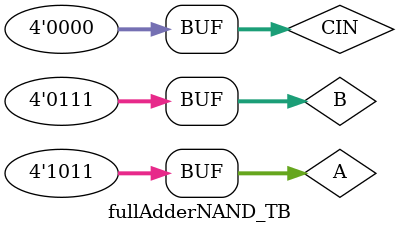
<source format=v>

/* 
fullAdderNAND_TB
*/

module fullAdderNAND_TB;

reg [3:0]A;
reg [3:0]B;
reg [3:0]CIN;

wire [3:0]SUM;
wire CARRY;

// Instantiation
Bit_4_FullAdder dut(
					.a_fa(A),
					.b_fa(B),
					.c_fa(CIN),
					.sum_fa(SUM),
					.cout_fa(CARRY)
					);

	initial begin
			
			// Initialize IPs
			#100 A = 4'b1011; B = 4'b0111; CIN = 4'b0000;
			
			// Wait 100ns for global reset to finish
			// #100 A = 4'b0011; B = 4'b0011; CIN = 4'b0000;

		
	end	

endmodule 

</source>
